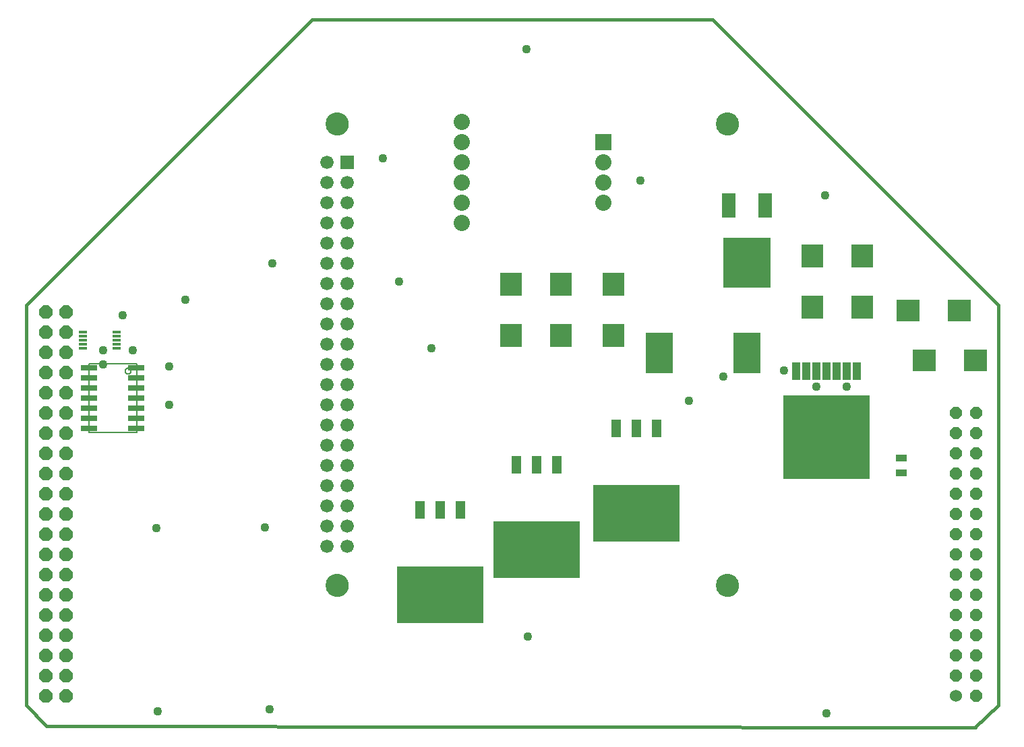
<source format=gbs>
G75*
%MOIN*%
%OFA0B0*%
%FSLAX25Y25*%
%IPPOS*%
%LPD*%
%AMOC8*
5,1,8,0,0,1.08239X$1,22.5*
%
%ADD10C,0.01600*%
%ADD11C,0.00000*%
%ADD12C,0.11427*%
%ADD13R,0.06600X0.06600*%
%ADD14C,0.06600*%
%ADD15R,0.08000X0.08000*%
%ADD16C,0.08000*%
%ADD17OC8,0.06600*%
%ADD18C,0.06000*%
%ADD19OC8,0.06000*%
%ADD20R,0.04100X0.01801*%
%ADD21R,0.08399X0.02698*%
%ADD22C,0.00500*%
%ADD23R,0.43100X0.28100*%
%ADD24R,0.04800X0.09100*%
%ADD25R,0.23435X0.25009*%
%ADD26R,0.06899X0.12411*%
%ADD27R,0.04200X0.09100*%
%ADD28R,0.43100X0.41600*%
%ADD29R,0.05324X0.03750*%
%ADD30R,0.13592X0.19891*%
%ADD31R,0.10639X0.11506*%
%ADD32R,0.11506X0.10639*%
%ADD33C,0.04362*%
D10*
X0058905Y0179884D02*
X0048884Y0190305D01*
X0048884Y0388295D01*
X0190305Y0529716D01*
X0388295Y0529716D01*
X0529716Y0388295D01*
X0529716Y0190305D01*
X0518095Y0179184D01*
X0518195Y0179316D02*
X0059005Y0179916D01*
D11*
X0197324Y0249599D02*
X0197326Y0249746D01*
X0197332Y0249892D01*
X0197342Y0250038D01*
X0197356Y0250184D01*
X0197374Y0250330D01*
X0197395Y0250475D01*
X0197421Y0250619D01*
X0197451Y0250763D01*
X0197484Y0250905D01*
X0197521Y0251047D01*
X0197562Y0251188D01*
X0197607Y0251327D01*
X0197656Y0251466D01*
X0197708Y0251603D01*
X0197765Y0251738D01*
X0197824Y0251872D01*
X0197888Y0252004D01*
X0197955Y0252134D01*
X0198025Y0252263D01*
X0198099Y0252390D01*
X0198176Y0252514D01*
X0198257Y0252637D01*
X0198341Y0252757D01*
X0198428Y0252875D01*
X0198518Y0252990D01*
X0198611Y0253103D01*
X0198708Y0253214D01*
X0198807Y0253322D01*
X0198909Y0253427D01*
X0199014Y0253529D01*
X0199122Y0253628D01*
X0199233Y0253725D01*
X0199346Y0253818D01*
X0199461Y0253908D01*
X0199579Y0253995D01*
X0199699Y0254079D01*
X0199822Y0254160D01*
X0199946Y0254237D01*
X0200073Y0254311D01*
X0200202Y0254381D01*
X0200332Y0254448D01*
X0200464Y0254512D01*
X0200598Y0254571D01*
X0200733Y0254628D01*
X0200870Y0254680D01*
X0201009Y0254729D01*
X0201148Y0254774D01*
X0201289Y0254815D01*
X0201431Y0254852D01*
X0201573Y0254885D01*
X0201717Y0254915D01*
X0201861Y0254941D01*
X0202006Y0254962D01*
X0202152Y0254980D01*
X0202298Y0254994D01*
X0202444Y0255004D01*
X0202590Y0255010D01*
X0202737Y0255012D01*
X0202884Y0255010D01*
X0203030Y0255004D01*
X0203176Y0254994D01*
X0203322Y0254980D01*
X0203468Y0254962D01*
X0203613Y0254941D01*
X0203757Y0254915D01*
X0203901Y0254885D01*
X0204043Y0254852D01*
X0204185Y0254815D01*
X0204326Y0254774D01*
X0204465Y0254729D01*
X0204604Y0254680D01*
X0204741Y0254628D01*
X0204876Y0254571D01*
X0205010Y0254512D01*
X0205142Y0254448D01*
X0205272Y0254381D01*
X0205401Y0254311D01*
X0205528Y0254237D01*
X0205652Y0254160D01*
X0205775Y0254079D01*
X0205895Y0253995D01*
X0206013Y0253908D01*
X0206128Y0253818D01*
X0206241Y0253725D01*
X0206352Y0253628D01*
X0206460Y0253529D01*
X0206565Y0253427D01*
X0206667Y0253322D01*
X0206766Y0253214D01*
X0206863Y0253103D01*
X0206956Y0252990D01*
X0207046Y0252875D01*
X0207133Y0252757D01*
X0207217Y0252637D01*
X0207298Y0252514D01*
X0207375Y0252390D01*
X0207449Y0252263D01*
X0207519Y0252134D01*
X0207586Y0252004D01*
X0207650Y0251872D01*
X0207709Y0251738D01*
X0207766Y0251603D01*
X0207818Y0251466D01*
X0207867Y0251327D01*
X0207912Y0251188D01*
X0207953Y0251047D01*
X0207990Y0250905D01*
X0208023Y0250763D01*
X0208053Y0250619D01*
X0208079Y0250475D01*
X0208100Y0250330D01*
X0208118Y0250184D01*
X0208132Y0250038D01*
X0208142Y0249892D01*
X0208148Y0249746D01*
X0208150Y0249599D01*
X0208148Y0249452D01*
X0208142Y0249306D01*
X0208132Y0249160D01*
X0208118Y0249014D01*
X0208100Y0248868D01*
X0208079Y0248723D01*
X0208053Y0248579D01*
X0208023Y0248435D01*
X0207990Y0248293D01*
X0207953Y0248151D01*
X0207912Y0248010D01*
X0207867Y0247871D01*
X0207818Y0247732D01*
X0207766Y0247595D01*
X0207709Y0247460D01*
X0207650Y0247326D01*
X0207586Y0247194D01*
X0207519Y0247064D01*
X0207449Y0246935D01*
X0207375Y0246808D01*
X0207298Y0246684D01*
X0207217Y0246561D01*
X0207133Y0246441D01*
X0207046Y0246323D01*
X0206956Y0246208D01*
X0206863Y0246095D01*
X0206766Y0245984D01*
X0206667Y0245876D01*
X0206565Y0245771D01*
X0206460Y0245669D01*
X0206352Y0245570D01*
X0206241Y0245473D01*
X0206128Y0245380D01*
X0206013Y0245290D01*
X0205895Y0245203D01*
X0205775Y0245119D01*
X0205652Y0245038D01*
X0205528Y0244961D01*
X0205401Y0244887D01*
X0205272Y0244817D01*
X0205142Y0244750D01*
X0205010Y0244686D01*
X0204876Y0244627D01*
X0204741Y0244570D01*
X0204604Y0244518D01*
X0204465Y0244469D01*
X0204326Y0244424D01*
X0204185Y0244383D01*
X0204043Y0244346D01*
X0203901Y0244313D01*
X0203757Y0244283D01*
X0203613Y0244257D01*
X0203468Y0244236D01*
X0203322Y0244218D01*
X0203176Y0244204D01*
X0203030Y0244194D01*
X0202884Y0244188D01*
X0202737Y0244186D01*
X0202590Y0244188D01*
X0202444Y0244194D01*
X0202298Y0244204D01*
X0202152Y0244218D01*
X0202006Y0244236D01*
X0201861Y0244257D01*
X0201717Y0244283D01*
X0201573Y0244313D01*
X0201431Y0244346D01*
X0201289Y0244383D01*
X0201148Y0244424D01*
X0201009Y0244469D01*
X0200870Y0244518D01*
X0200733Y0244570D01*
X0200598Y0244627D01*
X0200464Y0244686D01*
X0200332Y0244750D01*
X0200202Y0244817D01*
X0200073Y0244887D01*
X0199946Y0244961D01*
X0199822Y0245038D01*
X0199699Y0245119D01*
X0199579Y0245203D01*
X0199461Y0245290D01*
X0199346Y0245380D01*
X0199233Y0245473D01*
X0199122Y0245570D01*
X0199014Y0245669D01*
X0198909Y0245771D01*
X0198807Y0245876D01*
X0198708Y0245984D01*
X0198611Y0246095D01*
X0198518Y0246208D01*
X0198428Y0246323D01*
X0198341Y0246441D01*
X0198257Y0246561D01*
X0198176Y0246684D01*
X0198099Y0246808D01*
X0198025Y0246935D01*
X0197955Y0247064D01*
X0197888Y0247194D01*
X0197824Y0247326D01*
X0197765Y0247460D01*
X0197708Y0247595D01*
X0197656Y0247732D01*
X0197607Y0247871D01*
X0197562Y0248010D01*
X0197521Y0248151D01*
X0197484Y0248293D01*
X0197451Y0248435D01*
X0197421Y0248579D01*
X0197395Y0248723D01*
X0197374Y0248868D01*
X0197356Y0249014D01*
X0197342Y0249160D01*
X0197332Y0249306D01*
X0197326Y0249452D01*
X0197324Y0249599D01*
X0390237Y0249599D02*
X0390239Y0249746D01*
X0390245Y0249892D01*
X0390255Y0250038D01*
X0390269Y0250184D01*
X0390287Y0250330D01*
X0390308Y0250475D01*
X0390334Y0250619D01*
X0390364Y0250763D01*
X0390397Y0250905D01*
X0390434Y0251047D01*
X0390475Y0251188D01*
X0390520Y0251327D01*
X0390569Y0251466D01*
X0390621Y0251603D01*
X0390678Y0251738D01*
X0390737Y0251872D01*
X0390801Y0252004D01*
X0390868Y0252134D01*
X0390938Y0252263D01*
X0391012Y0252390D01*
X0391089Y0252514D01*
X0391170Y0252637D01*
X0391254Y0252757D01*
X0391341Y0252875D01*
X0391431Y0252990D01*
X0391524Y0253103D01*
X0391621Y0253214D01*
X0391720Y0253322D01*
X0391822Y0253427D01*
X0391927Y0253529D01*
X0392035Y0253628D01*
X0392146Y0253725D01*
X0392259Y0253818D01*
X0392374Y0253908D01*
X0392492Y0253995D01*
X0392612Y0254079D01*
X0392735Y0254160D01*
X0392859Y0254237D01*
X0392986Y0254311D01*
X0393115Y0254381D01*
X0393245Y0254448D01*
X0393377Y0254512D01*
X0393511Y0254571D01*
X0393646Y0254628D01*
X0393783Y0254680D01*
X0393922Y0254729D01*
X0394061Y0254774D01*
X0394202Y0254815D01*
X0394344Y0254852D01*
X0394486Y0254885D01*
X0394630Y0254915D01*
X0394774Y0254941D01*
X0394919Y0254962D01*
X0395065Y0254980D01*
X0395211Y0254994D01*
X0395357Y0255004D01*
X0395503Y0255010D01*
X0395650Y0255012D01*
X0395797Y0255010D01*
X0395943Y0255004D01*
X0396089Y0254994D01*
X0396235Y0254980D01*
X0396381Y0254962D01*
X0396526Y0254941D01*
X0396670Y0254915D01*
X0396814Y0254885D01*
X0396956Y0254852D01*
X0397098Y0254815D01*
X0397239Y0254774D01*
X0397378Y0254729D01*
X0397517Y0254680D01*
X0397654Y0254628D01*
X0397789Y0254571D01*
X0397923Y0254512D01*
X0398055Y0254448D01*
X0398185Y0254381D01*
X0398314Y0254311D01*
X0398441Y0254237D01*
X0398565Y0254160D01*
X0398688Y0254079D01*
X0398808Y0253995D01*
X0398926Y0253908D01*
X0399041Y0253818D01*
X0399154Y0253725D01*
X0399265Y0253628D01*
X0399373Y0253529D01*
X0399478Y0253427D01*
X0399580Y0253322D01*
X0399679Y0253214D01*
X0399776Y0253103D01*
X0399869Y0252990D01*
X0399959Y0252875D01*
X0400046Y0252757D01*
X0400130Y0252637D01*
X0400211Y0252514D01*
X0400288Y0252390D01*
X0400362Y0252263D01*
X0400432Y0252134D01*
X0400499Y0252004D01*
X0400563Y0251872D01*
X0400622Y0251738D01*
X0400679Y0251603D01*
X0400731Y0251466D01*
X0400780Y0251327D01*
X0400825Y0251188D01*
X0400866Y0251047D01*
X0400903Y0250905D01*
X0400936Y0250763D01*
X0400966Y0250619D01*
X0400992Y0250475D01*
X0401013Y0250330D01*
X0401031Y0250184D01*
X0401045Y0250038D01*
X0401055Y0249892D01*
X0401061Y0249746D01*
X0401063Y0249599D01*
X0401061Y0249452D01*
X0401055Y0249306D01*
X0401045Y0249160D01*
X0401031Y0249014D01*
X0401013Y0248868D01*
X0400992Y0248723D01*
X0400966Y0248579D01*
X0400936Y0248435D01*
X0400903Y0248293D01*
X0400866Y0248151D01*
X0400825Y0248010D01*
X0400780Y0247871D01*
X0400731Y0247732D01*
X0400679Y0247595D01*
X0400622Y0247460D01*
X0400563Y0247326D01*
X0400499Y0247194D01*
X0400432Y0247064D01*
X0400362Y0246935D01*
X0400288Y0246808D01*
X0400211Y0246684D01*
X0400130Y0246561D01*
X0400046Y0246441D01*
X0399959Y0246323D01*
X0399869Y0246208D01*
X0399776Y0246095D01*
X0399679Y0245984D01*
X0399580Y0245876D01*
X0399478Y0245771D01*
X0399373Y0245669D01*
X0399265Y0245570D01*
X0399154Y0245473D01*
X0399041Y0245380D01*
X0398926Y0245290D01*
X0398808Y0245203D01*
X0398688Y0245119D01*
X0398565Y0245038D01*
X0398441Y0244961D01*
X0398314Y0244887D01*
X0398185Y0244817D01*
X0398055Y0244750D01*
X0397923Y0244686D01*
X0397789Y0244627D01*
X0397654Y0244570D01*
X0397517Y0244518D01*
X0397378Y0244469D01*
X0397239Y0244424D01*
X0397098Y0244383D01*
X0396956Y0244346D01*
X0396814Y0244313D01*
X0396670Y0244283D01*
X0396526Y0244257D01*
X0396381Y0244236D01*
X0396235Y0244218D01*
X0396089Y0244204D01*
X0395943Y0244194D01*
X0395797Y0244188D01*
X0395650Y0244186D01*
X0395503Y0244188D01*
X0395357Y0244194D01*
X0395211Y0244204D01*
X0395065Y0244218D01*
X0394919Y0244236D01*
X0394774Y0244257D01*
X0394630Y0244283D01*
X0394486Y0244313D01*
X0394344Y0244346D01*
X0394202Y0244383D01*
X0394061Y0244424D01*
X0393922Y0244469D01*
X0393783Y0244518D01*
X0393646Y0244570D01*
X0393511Y0244627D01*
X0393377Y0244686D01*
X0393245Y0244750D01*
X0393115Y0244817D01*
X0392986Y0244887D01*
X0392859Y0244961D01*
X0392735Y0245038D01*
X0392612Y0245119D01*
X0392492Y0245203D01*
X0392374Y0245290D01*
X0392259Y0245380D01*
X0392146Y0245473D01*
X0392035Y0245570D01*
X0391927Y0245669D01*
X0391822Y0245771D01*
X0391720Y0245876D01*
X0391621Y0245984D01*
X0391524Y0246095D01*
X0391431Y0246208D01*
X0391341Y0246323D01*
X0391254Y0246441D01*
X0391170Y0246561D01*
X0391089Y0246684D01*
X0391012Y0246808D01*
X0390938Y0246935D01*
X0390868Y0247064D01*
X0390801Y0247194D01*
X0390737Y0247326D01*
X0390678Y0247460D01*
X0390621Y0247595D01*
X0390569Y0247732D01*
X0390520Y0247871D01*
X0390475Y0248010D01*
X0390434Y0248151D01*
X0390397Y0248293D01*
X0390364Y0248435D01*
X0390334Y0248579D01*
X0390308Y0248723D01*
X0390287Y0248868D01*
X0390269Y0249014D01*
X0390255Y0249160D01*
X0390245Y0249306D01*
X0390239Y0249452D01*
X0390237Y0249599D01*
X0390237Y0477946D02*
X0390239Y0478093D01*
X0390245Y0478239D01*
X0390255Y0478385D01*
X0390269Y0478531D01*
X0390287Y0478677D01*
X0390308Y0478822D01*
X0390334Y0478966D01*
X0390364Y0479110D01*
X0390397Y0479252D01*
X0390434Y0479394D01*
X0390475Y0479535D01*
X0390520Y0479674D01*
X0390569Y0479813D01*
X0390621Y0479950D01*
X0390678Y0480085D01*
X0390737Y0480219D01*
X0390801Y0480351D01*
X0390868Y0480481D01*
X0390938Y0480610D01*
X0391012Y0480737D01*
X0391089Y0480861D01*
X0391170Y0480984D01*
X0391254Y0481104D01*
X0391341Y0481222D01*
X0391431Y0481337D01*
X0391524Y0481450D01*
X0391621Y0481561D01*
X0391720Y0481669D01*
X0391822Y0481774D01*
X0391927Y0481876D01*
X0392035Y0481975D01*
X0392146Y0482072D01*
X0392259Y0482165D01*
X0392374Y0482255D01*
X0392492Y0482342D01*
X0392612Y0482426D01*
X0392735Y0482507D01*
X0392859Y0482584D01*
X0392986Y0482658D01*
X0393115Y0482728D01*
X0393245Y0482795D01*
X0393377Y0482859D01*
X0393511Y0482918D01*
X0393646Y0482975D01*
X0393783Y0483027D01*
X0393922Y0483076D01*
X0394061Y0483121D01*
X0394202Y0483162D01*
X0394344Y0483199D01*
X0394486Y0483232D01*
X0394630Y0483262D01*
X0394774Y0483288D01*
X0394919Y0483309D01*
X0395065Y0483327D01*
X0395211Y0483341D01*
X0395357Y0483351D01*
X0395503Y0483357D01*
X0395650Y0483359D01*
X0395797Y0483357D01*
X0395943Y0483351D01*
X0396089Y0483341D01*
X0396235Y0483327D01*
X0396381Y0483309D01*
X0396526Y0483288D01*
X0396670Y0483262D01*
X0396814Y0483232D01*
X0396956Y0483199D01*
X0397098Y0483162D01*
X0397239Y0483121D01*
X0397378Y0483076D01*
X0397517Y0483027D01*
X0397654Y0482975D01*
X0397789Y0482918D01*
X0397923Y0482859D01*
X0398055Y0482795D01*
X0398185Y0482728D01*
X0398314Y0482658D01*
X0398441Y0482584D01*
X0398565Y0482507D01*
X0398688Y0482426D01*
X0398808Y0482342D01*
X0398926Y0482255D01*
X0399041Y0482165D01*
X0399154Y0482072D01*
X0399265Y0481975D01*
X0399373Y0481876D01*
X0399478Y0481774D01*
X0399580Y0481669D01*
X0399679Y0481561D01*
X0399776Y0481450D01*
X0399869Y0481337D01*
X0399959Y0481222D01*
X0400046Y0481104D01*
X0400130Y0480984D01*
X0400211Y0480861D01*
X0400288Y0480737D01*
X0400362Y0480610D01*
X0400432Y0480481D01*
X0400499Y0480351D01*
X0400563Y0480219D01*
X0400622Y0480085D01*
X0400679Y0479950D01*
X0400731Y0479813D01*
X0400780Y0479674D01*
X0400825Y0479535D01*
X0400866Y0479394D01*
X0400903Y0479252D01*
X0400936Y0479110D01*
X0400966Y0478966D01*
X0400992Y0478822D01*
X0401013Y0478677D01*
X0401031Y0478531D01*
X0401045Y0478385D01*
X0401055Y0478239D01*
X0401061Y0478093D01*
X0401063Y0477946D01*
X0401061Y0477799D01*
X0401055Y0477653D01*
X0401045Y0477507D01*
X0401031Y0477361D01*
X0401013Y0477215D01*
X0400992Y0477070D01*
X0400966Y0476926D01*
X0400936Y0476782D01*
X0400903Y0476640D01*
X0400866Y0476498D01*
X0400825Y0476357D01*
X0400780Y0476218D01*
X0400731Y0476079D01*
X0400679Y0475942D01*
X0400622Y0475807D01*
X0400563Y0475673D01*
X0400499Y0475541D01*
X0400432Y0475411D01*
X0400362Y0475282D01*
X0400288Y0475155D01*
X0400211Y0475031D01*
X0400130Y0474908D01*
X0400046Y0474788D01*
X0399959Y0474670D01*
X0399869Y0474555D01*
X0399776Y0474442D01*
X0399679Y0474331D01*
X0399580Y0474223D01*
X0399478Y0474118D01*
X0399373Y0474016D01*
X0399265Y0473917D01*
X0399154Y0473820D01*
X0399041Y0473727D01*
X0398926Y0473637D01*
X0398808Y0473550D01*
X0398688Y0473466D01*
X0398565Y0473385D01*
X0398441Y0473308D01*
X0398314Y0473234D01*
X0398185Y0473164D01*
X0398055Y0473097D01*
X0397923Y0473033D01*
X0397789Y0472974D01*
X0397654Y0472917D01*
X0397517Y0472865D01*
X0397378Y0472816D01*
X0397239Y0472771D01*
X0397098Y0472730D01*
X0396956Y0472693D01*
X0396814Y0472660D01*
X0396670Y0472630D01*
X0396526Y0472604D01*
X0396381Y0472583D01*
X0396235Y0472565D01*
X0396089Y0472551D01*
X0395943Y0472541D01*
X0395797Y0472535D01*
X0395650Y0472533D01*
X0395503Y0472535D01*
X0395357Y0472541D01*
X0395211Y0472551D01*
X0395065Y0472565D01*
X0394919Y0472583D01*
X0394774Y0472604D01*
X0394630Y0472630D01*
X0394486Y0472660D01*
X0394344Y0472693D01*
X0394202Y0472730D01*
X0394061Y0472771D01*
X0393922Y0472816D01*
X0393783Y0472865D01*
X0393646Y0472917D01*
X0393511Y0472974D01*
X0393377Y0473033D01*
X0393245Y0473097D01*
X0393115Y0473164D01*
X0392986Y0473234D01*
X0392859Y0473308D01*
X0392735Y0473385D01*
X0392612Y0473466D01*
X0392492Y0473550D01*
X0392374Y0473637D01*
X0392259Y0473727D01*
X0392146Y0473820D01*
X0392035Y0473917D01*
X0391927Y0474016D01*
X0391822Y0474118D01*
X0391720Y0474223D01*
X0391621Y0474331D01*
X0391524Y0474442D01*
X0391431Y0474555D01*
X0391341Y0474670D01*
X0391254Y0474788D01*
X0391170Y0474908D01*
X0391089Y0475031D01*
X0391012Y0475155D01*
X0390938Y0475282D01*
X0390868Y0475411D01*
X0390801Y0475541D01*
X0390737Y0475673D01*
X0390678Y0475807D01*
X0390621Y0475942D01*
X0390569Y0476079D01*
X0390520Y0476218D01*
X0390475Y0476357D01*
X0390434Y0476498D01*
X0390397Y0476640D01*
X0390364Y0476782D01*
X0390334Y0476926D01*
X0390308Y0477070D01*
X0390287Y0477215D01*
X0390269Y0477361D01*
X0390255Y0477507D01*
X0390245Y0477653D01*
X0390239Y0477799D01*
X0390237Y0477946D01*
X0197324Y0477946D02*
X0197326Y0478093D01*
X0197332Y0478239D01*
X0197342Y0478385D01*
X0197356Y0478531D01*
X0197374Y0478677D01*
X0197395Y0478822D01*
X0197421Y0478966D01*
X0197451Y0479110D01*
X0197484Y0479252D01*
X0197521Y0479394D01*
X0197562Y0479535D01*
X0197607Y0479674D01*
X0197656Y0479813D01*
X0197708Y0479950D01*
X0197765Y0480085D01*
X0197824Y0480219D01*
X0197888Y0480351D01*
X0197955Y0480481D01*
X0198025Y0480610D01*
X0198099Y0480737D01*
X0198176Y0480861D01*
X0198257Y0480984D01*
X0198341Y0481104D01*
X0198428Y0481222D01*
X0198518Y0481337D01*
X0198611Y0481450D01*
X0198708Y0481561D01*
X0198807Y0481669D01*
X0198909Y0481774D01*
X0199014Y0481876D01*
X0199122Y0481975D01*
X0199233Y0482072D01*
X0199346Y0482165D01*
X0199461Y0482255D01*
X0199579Y0482342D01*
X0199699Y0482426D01*
X0199822Y0482507D01*
X0199946Y0482584D01*
X0200073Y0482658D01*
X0200202Y0482728D01*
X0200332Y0482795D01*
X0200464Y0482859D01*
X0200598Y0482918D01*
X0200733Y0482975D01*
X0200870Y0483027D01*
X0201009Y0483076D01*
X0201148Y0483121D01*
X0201289Y0483162D01*
X0201431Y0483199D01*
X0201573Y0483232D01*
X0201717Y0483262D01*
X0201861Y0483288D01*
X0202006Y0483309D01*
X0202152Y0483327D01*
X0202298Y0483341D01*
X0202444Y0483351D01*
X0202590Y0483357D01*
X0202737Y0483359D01*
X0202884Y0483357D01*
X0203030Y0483351D01*
X0203176Y0483341D01*
X0203322Y0483327D01*
X0203468Y0483309D01*
X0203613Y0483288D01*
X0203757Y0483262D01*
X0203901Y0483232D01*
X0204043Y0483199D01*
X0204185Y0483162D01*
X0204326Y0483121D01*
X0204465Y0483076D01*
X0204604Y0483027D01*
X0204741Y0482975D01*
X0204876Y0482918D01*
X0205010Y0482859D01*
X0205142Y0482795D01*
X0205272Y0482728D01*
X0205401Y0482658D01*
X0205528Y0482584D01*
X0205652Y0482507D01*
X0205775Y0482426D01*
X0205895Y0482342D01*
X0206013Y0482255D01*
X0206128Y0482165D01*
X0206241Y0482072D01*
X0206352Y0481975D01*
X0206460Y0481876D01*
X0206565Y0481774D01*
X0206667Y0481669D01*
X0206766Y0481561D01*
X0206863Y0481450D01*
X0206956Y0481337D01*
X0207046Y0481222D01*
X0207133Y0481104D01*
X0207217Y0480984D01*
X0207298Y0480861D01*
X0207375Y0480737D01*
X0207449Y0480610D01*
X0207519Y0480481D01*
X0207586Y0480351D01*
X0207650Y0480219D01*
X0207709Y0480085D01*
X0207766Y0479950D01*
X0207818Y0479813D01*
X0207867Y0479674D01*
X0207912Y0479535D01*
X0207953Y0479394D01*
X0207990Y0479252D01*
X0208023Y0479110D01*
X0208053Y0478966D01*
X0208079Y0478822D01*
X0208100Y0478677D01*
X0208118Y0478531D01*
X0208132Y0478385D01*
X0208142Y0478239D01*
X0208148Y0478093D01*
X0208150Y0477946D01*
X0208148Y0477799D01*
X0208142Y0477653D01*
X0208132Y0477507D01*
X0208118Y0477361D01*
X0208100Y0477215D01*
X0208079Y0477070D01*
X0208053Y0476926D01*
X0208023Y0476782D01*
X0207990Y0476640D01*
X0207953Y0476498D01*
X0207912Y0476357D01*
X0207867Y0476218D01*
X0207818Y0476079D01*
X0207766Y0475942D01*
X0207709Y0475807D01*
X0207650Y0475673D01*
X0207586Y0475541D01*
X0207519Y0475411D01*
X0207449Y0475282D01*
X0207375Y0475155D01*
X0207298Y0475031D01*
X0207217Y0474908D01*
X0207133Y0474788D01*
X0207046Y0474670D01*
X0206956Y0474555D01*
X0206863Y0474442D01*
X0206766Y0474331D01*
X0206667Y0474223D01*
X0206565Y0474118D01*
X0206460Y0474016D01*
X0206352Y0473917D01*
X0206241Y0473820D01*
X0206128Y0473727D01*
X0206013Y0473637D01*
X0205895Y0473550D01*
X0205775Y0473466D01*
X0205652Y0473385D01*
X0205528Y0473308D01*
X0205401Y0473234D01*
X0205272Y0473164D01*
X0205142Y0473097D01*
X0205010Y0473033D01*
X0204876Y0472974D01*
X0204741Y0472917D01*
X0204604Y0472865D01*
X0204465Y0472816D01*
X0204326Y0472771D01*
X0204185Y0472730D01*
X0204043Y0472693D01*
X0203901Y0472660D01*
X0203757Y0472630D01*
X0203613Y0472604D01*
X0203468Y0472583D01*
X0203322Y0472565D01*
X0203176Y0472551D01*
X0203030Y0472541D01*
X0202884Y0472535D01*
X0202737Y0472533D01*
X0202590Y0472535D01*
X0202444Y0472541D01*
X0202298Y0472551D01*
X0202152Y0472565D01*
X0202006Y0472583D01*
X0201861Y0472604D01*
X0201717Y0472630D01*
X0201573Y0472660D01*
X0201431Y0472693D01*
X0201289Y0472730D01*
X0201148Y0472771D01*
X0201009Y0472816D01*
X0200870Y0472865D01*
X0200733Y0472917D01*
X0200598Y0472974D01*
X0200464Y0473033D01*
X0200332Y0473097D01*
X0200202Y0473164D01*
X0200073Y0473234D01*
X0199946Y0473308D01*
X0199822Y0473385D01*
X0199699Y0473466D01*
X0199579Y0473550D01*
X0199461Y0473637D01*
X0199346Y0473727D01*
X0199233Y0473820D01*
X0199122Y0473917D01*
X0199014Y0474016D01*
X0198909Y0474118D01*
X0198807Y0474223D01*
X0198708Y0474331D01*
X0198611Y0474442D01*
X0198518Y0474555D01*
X0198428Y0474670D01*
X0198341Y0474788D01*
X0198257Y0474908D01*
X0198176Y0475031D01*
X0198099Y0475155D01*
X0198025Y0475282D01*
X0197955Y0475411D01*
X0197888Y0475541D01*
X0197824Y0475673D01*
X0197765Y0475807D01*
X0197708Y0475942D01*
X0197656Y0476079D01*
X0197607Y0476218D01*
X0197562Y0476357D01*
X0197521Y0476498D01*
X0197484Y0476640D01*
X0197451Y0476782D01*
X0197421Y0476926D01*
X0197395Y0477070D01*
X0197374Y0477215D01*
X0197356Y0477361D01*
X0197342Y0477507D01*
X0197332Y0477653D01*
X0197326Y0477799D01*
X0197324Y0477946D01*
D12*
X0202737Y0477946D03*
X0395650Y0477946D03*
X0395650Y0249599D03*
X0202737Y0249599D03*
D13*
X0207737Y0458773D03*
D14*
X0197730Y0458825D03*
X0197730Y0448825D03*
X0207730Y0448825D03*
X0207730Y0438825D03*
X0207730Y0428825D03*
X0197730Y0428825D03*
X0197730Y0438825D03*
X0197730Y0418825D03*
X0207730Y0418825D03*
X0207730Y0408825D03*
X0197730Y0408825D03*
X0197730Y0398825D03*
X0207730Y0398825D03*
X0207730Y0388825D03*
X0197730Y0388825D03*
X0197730Y0378825D03*
X0207730Y0378825D03*
X0207730Y0368825D03*
X0207730Y0358825D03*
X0197730Y0358825D03*
X0197730Y0368825D03*
X0197730Y0348825D03*
X0207730Y0348825D03*
X0207730Y0338825D03*
X0197730Y0338825D03*
X0197730Y0328825D03*
X0207730Y0328825D03*
X0207730Y0318825D03*
X0197730Y0318825D03*
X0197730Y0308825D03*
X0207730Y0308825D03*
X0207730Y0298825D03*
X0197730Y0298825D03*
X0197730Y0288825D03*
X0207730Y0288825D03*
X0207730Y0278825D03*
X0197730Y0278825D03*
X0197730Y0268825D03*
X0207730Y0268825D03*
D15*
X0334349Y0468745D03*
D16*
X0334349Y0458745D03*
X0334349Y0448745D03*
X0334349Y0438745D03*
X0264349Y0438745D03*
X0264349Y0428745D03*
X0264349Y0448745D03*
X0264349Y0458745D03*
X0264349Y0468745D03*
X0264349Y0478745D03*
D17*
X0068549Y0384845D03*
X0058549Y0384845D03*
X0058549Y0374845D03*
X0068549Y0374845D03*
X0068549Y0364845D03*
X0058549Y0364845D03*
X0058549Y0354845D03*
X0068549Y0354845D03*
X0068549Y0344845D03*
X0058549Y0344845D03*
X0058549Y0334845D03*
X0068549Y0334845D03*
X0068549Y0324845D03*
X0058549Y0324845D03*
X0058549Y0314845D03*
X0068549Y0314845D03*
X0068549Y0304845D03*
X0058549Y0304845D03*
X0058549Y0294845D03*
X0068549Y0294845D03*
X0068549Y0284845D03*
X0058549Y0284845D03*
X0058549Y0274845D03*
X0068549Y0274845D03*
X0068549Y0264845D03*
X0068549Y0254845D03*
X0058549Y0254845D03*
X0058549Y0264845D03*
X0058549Y0244845D03*
X0068549Y0244845D03*
X0068549Y0234845D03*
X0058549Y0234845D03*
X0058549Y0224845D03*
X0068549Y0224845D03*
X0068549Y0214845D03*
X0058549Y0214845D03*
X0058549Y0204845D03*
X0068549Y0204845D03*
X0068549Y0194845D03*
X0058549Y0194845D03*
D18*
X0508549Y0194845D03*
D19*
X0518549Y0194845D03*
X0518549Y0204845D03*
X0518549Y0214845D03*
X0518549Y0224845D03*
X0518549Y0234845D03*
X0518549Y0244845D03*
X0518549Y0254845D03*
X0518549Y0264845D03*
X0518549Y0274845D03*
X0518549Y0284845D03*
X0518549Y0294845D03*
X0518549Y0304845D03*
X0518549Y0314845D03*
X0518549Y0324845D03*
X0518549Y0334845D03*
X0508549Y0334845D03*
X0508549Y0324845D03*
X0508549Y0314845D03*
X0508549Y0304845D03*
X0508549Y0294845D03*
X0508549Y0284845D03*
X0508549Y0274845D03*
X0508549Y0264845D03*
X0508549Y0254845D03*
X0508549Y0244845D03*
X0508549Y0234845D03*
X0508549Y0224845D03*
X0508549Y0214845D03*
X0508549Y0204845D03*
D20*
X0093754Y0366908D03*
X0093754Y0368876D03*
X0093754Y0370845D03*
X0093754Y0372813D03*
X0093754Y0374782D03*
X0077143Y0374782D03*
X0077143Y0372813D03*
X0077143Y0370845D03*
X0077143Y0368876D03*
X0077143Y0366908D03*
D21*
X0079947Y0357345D03*
X0079947Y0352345D03*
X0079947Y0347345D03*
X0079947Y0342345D03*
X0079947Y0337345D03*
X0079947Y0332345D03*
X0079947Y0327345D03*
X0103249Y0327345D03*
X0103249Y0332345D03*
X0103249Y0337345D03*
X0103249Y0342345D03*
X0103249Y0347345D03*
X0103249Y0352345D03*
X0103249Y0357345D03*
D22*
X0103642Y0359235D02*
X0080020Y0359235D01*
X0080020Y0325376D01*
X0103642Y0325376D01*
X0103642Y0359235D01*
X0097892Y0355691D02*
X0097894Y0355766D01*
X0097900Y0355841D01*
X0097910Y0355915D01*
X0097924Y0355989D01*
X0097941Y0356062D01*
X0097963Y0356133D01*
X0097988Y0356204D01*
X0098017Y0356273D01*
X0098049Y0356341D01*
X0098085Y0356406D01*
X0098125Y0356470D01*
X0098168Y0356532D01*
X0098214Y0356591D01*
X0098263Y0356648D01*
X0098315Y0356702D01*
X0098369Y0356753D01*
X0098427Y0356801D01*
X0098486Y0356846D01*
X0098549Y0356888D01*
X0098613Y0356927D01*
X0098679Y0356962D01*
X0098747Y0356994D01*
X0098817Y0357022D01*
X0098887Y0357046D01*
X0098960Y0357067D01*
X0099033Y0357083D01*
X0099107Y0357096D01*
X0099181Y0357105D01*
X0099256Y0357110D01*
X0099331Y0357111D01*
X0099406Y0357108D01*
X0099480Y0357101D01*
X0099554Y0357090D01*
X0099628Y0357075D01*
X0099701Y0357057D01*
X0099772Y0357034D01*
X0099842Y0357008D01*
X0099911Y0356978D01*
X0099978Y0356945D01*
X0100044Y0356908D01*
X0100107Y0356868D01*
X0100168Y0356824D01*
X0100226Y0356777D01*
X0100282Y0356728D01*
X0100336Y0356675D01*
X0100386Y0356620D01*
X0100434Y0356562D01*
X0100478Y0356501D01*
X0100519Y0356439D01*
X0100557Y0356374D01*
X0100591Y0356307D01*
X0100622Y0356239D01*
X0100649Y0356169D01*
X0100673Y0356098D01*
X0100692Y0356025D01*
X0100708Y0355952D01*
X0100720Y0355878D01*
X0100728Y0355803D01*
X0100732Y0355728D01*
X0100732Y0355654D01*
X0100728Y0355579D01*
X0100720Y0355504D01*
X0100708Y0355430D01*
X0100692Y0355357D01*
X0100673Y0355284D01*
X0100649Y0355213D01*
X0100622Y0355143D01*
X0100591Y0355075D01*
X0100557Y0355008D01*
X0100519Y0354943D01*
X0100478Y0354881D01*
X0100434Y0354820D01*
X0100386Y0354762D01*
X0100336Y0354707D01*
X0100282Y0354654D01*
X0100226Y0354605D01*
X0100168Y0354558D01*
X0100107Y0354514D01*
X0100044Y0354474D01*
X0099978Y0354437D01*
X0099911Y0354404D01*
X0099842Y0354374D01*
X0099772Y0354348D01*
X0099701Y0354325D01*
X0099628Y0354307D01*
X0099554Y0354292D01*
X0099480Y0354281D01*
X0099406Y0354274D01*
X0099331Y0354271D01*
X0099256Y0354272D01*
X0099181Y0354277D01*
X0099107Y0354286D01*
X0099033Y0354299D01*
X0098960Y0354315D01*
X0098887Y0354336D01*
X0098817Y0354360D01*
X0098747Y0354388D01*
X0098679Y0354420D01*
X0098613Y0354455D01*
X0098549Y0354494D01*
X0098486Y0354536D01*
X0098427Y0354581D01*
X0098369Y0354629D01*
X0098315Y0354680D01*
X0098263Y0354734D01*
X0098214Y0354791D01*
X0098168Y0354850D01*
X0098125Y0354912D01*
X0098085Y0354976D01*
X0098049Y0355041D01*
X0098017Y0355109D01*
X0097988Y0355178D01*
X0097963Y0355249D01*
X0097941Y0355320D01*
X0097924Y0355393D01*
X0097910Y0355467D01*
X0097900Y0355541D01*
X0097894Y0355616D01*
X0097892Y0355691D01*
D23*
X0253749Y0244895D03*
X0301349Y0267095D03*
X0350649Y0285195D03*
D24*
X0350649Y0327245D03*
X0360649Y0327245D03*
X0340649Y0327245D03*
X0311349Y0309145D03*
X0301349Y0309145D03*
X0291349Y0309145D03*
X0263749Y0286945D03*
X0253749Y0286945D03*
X0243749Y0286945D03*
D25*
X0405349Y0409240D03*
D26*
X0414345Y0437508D03*
X0396352Y0437508D03*
D27*
X0429849Y0355645D03*
X0434849Y0355645D03*
X0439849Y0355645D03*
X0444849Y0355645D03*
X0449849Y0355645D03*
X0454849Y0355645D03*
X0459849Y0355645D03*
D28*
X0444849Y0322845D03*
D29*
X0481847Y0312477D03*
X0481847Y0305391D03*
D30*
X0405202Y0364445D03*
X0361895Y0364445D03*
D31*
X0339249Y0373168D03*
X0339249Y0398522D03*
X0313349Y0398522D03*
X0313349Y0373168D03*
X0288549Y0373168D03*
X0288549Y0398522D03*
X0437549Y0387168D03*
X0462349Y0387168D03*
X0462349Y0412522D03*
X0437549Y0412522D03*
D32*
X0484871Y0385445D03*
X0492871Y0360845D03*
X0518226Y0360845D03*
X0510226Y0385445D03*
D33*
X0454549Y0347845D03*
X0439549Y0347845D03*
X0423549Y0355845D03*
X0393549Y0352745D03*
X0376549Y0340845D03*
X0432549Y0313445D03*
X0444849Y0186245D03*
X0297149Y0224145D03*
X0169449Y0188145D03*
X0114049Y0187245D03*
X0113449Y0277845D03*
X0167049Y0278345D03*
X0119649Y0338745D03*
X0119649Y0357945D03*
X0101549Y0365845D03*
X0087049Y0365845D03*
X0087049Y0358845D03*
X0096799Y0383095D03*
X0127749Y0390945D03*
X0170549Y0408745D03*
X0225249Y0460745D03*
X0233349Y0399945D03*
X0249249Y0366945D03*
X0352849Y0449945D03*
X0296249Y0514745D03*
X0444049Y0442645D03*
M02*

</source>
